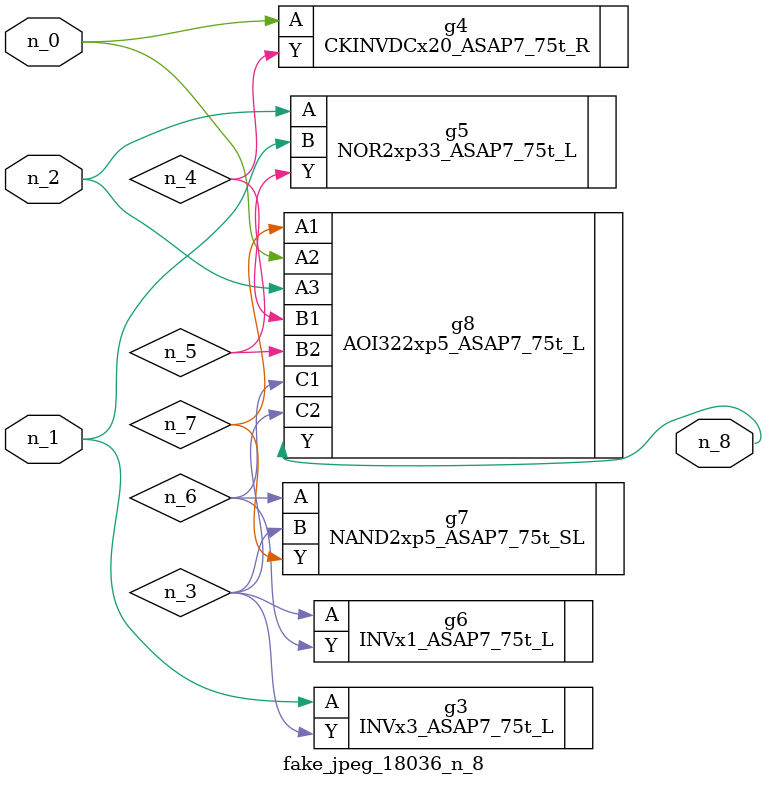
<source format=v>
module fake_jpeg_18036_n_8 (n_0, n_2, n_1, n_8);

input n_0;
input n_2;
input n_1;

output n_8;

wire n_3;
wire n_4;
wire n_6;
wire n_5;
wire n_7;

INVx3_ASAP7_75t_L g3 ( 
.A(n_1),
.Y(n_3)
);

CKINVDCx20_ASAP7_75t_R g4 ( 
.A(n_0),
.Y(n_4)
);

NOR2xp33_ASAP7_75t_L g5 ( 
.A(n_2),
.B(n_1),
.Y(n_5)
);

INVx1_ASAP7_75t_L g6 ( 
.A(n_3),
.Y(n_6)
);

NAND2xp5_ASAP7_75t_SL g7 ( 
.A(n_6),
.B(n_3),
.Y(n_7)
);

AOI322xp5_ASAP7_75t_L g8 ( 
.A1(n_7),
.A2(n_0),
.A3(n_2),
.B1(n_4),
.B2(n_5),
.C1(n_6),
.C2(n_3),
.Y(n_8)
);


endmodule
</source>
